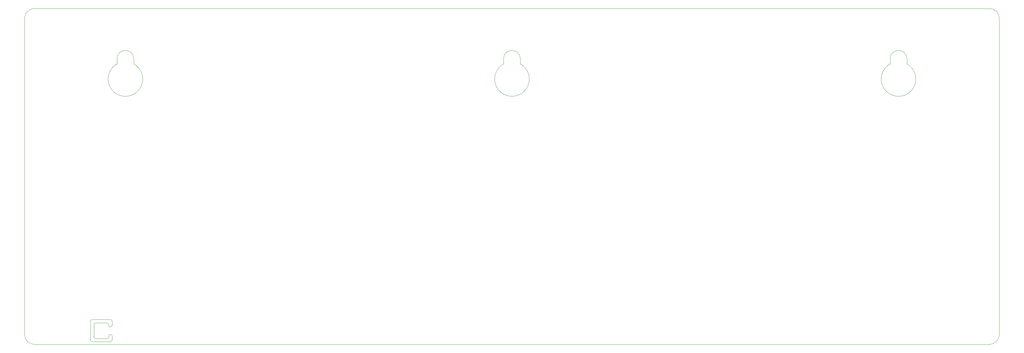
<source format=gm1>
G04 #@! TF.GenerationSoftware,KiCad,Pcbnew,(5.1.6)-1*
G04 #@! TF.CreationDate,2020-08-27T22:54:22+08:00*
G04 #@! TF.ProjectId,ESP32-Wall-Clock,45535033-322d-4576-916c-6c2d436c6f63,1.0a*
G04 #@! TF.SameCoordinates,Original*
G04 #@! TF.FileFunction,Profile,NP*
%FSLAX46Y46*%
G04 Gerber Fmt 4.6, Leading zero omitted, Abs format (unit mm)*
G04 Created by KiCad (PCBNEW (5.1.6)-1) date 2020-08-27 22:54:22*
%MOMM*%
%LPD*%
G01*
G04 APERTURE LIST*
G04 #@! TA.AperFunction,Profile*
%ADD10C,0.100000*%
G04 #@! TD*
G04 #@! TA.AperFunction,Profile*
%ADD11C,0.120000*%
G04 #@! TD*
G04 APERTURE END LIST*
D10*
X300000000Y-53000000D02*
X300000000Y-147000000D01*
X300000000Y-53000000D02*
G75*
G03*
X297000000Y-50000000I-3000000J0D01*
G01*
X13000000Y-150000000D02*
X297000000Y-150000000D01*
X13000000Y-50000000D02*
X297000000Y-50000000D01*
X13000000Y-50000000D02*
G75*
G03*
X10000000Y-53000000I0J-3000000D01*
G01*
X10000000Y-53000000D02*
X10000000Y-147000000D01*
X10000000Y-147000000D02*
G75*
G03*
X13000000Y-150000000I3000000J0D01*
G01*
X297000000Y-150000000D02*
G75*
G03*
X300000000Y-147000000I0J3000000D01*
G01*
D11*
X35050000Y-144300000D02*
X35050000Y-144100000D01*
X36050000Y-144300000D02*
X36050000Y-143100000D01*
X35050000Y-147500000D02*
X35050000Y-147700000D01*
X36050000Y-147500000D02*
X36050000Y-148700000D01*
X34550000Y-148200000D02*
X31100000Y-148200000D01*
X35550000Y-149200000D02*
X30100000Y-149200000D01*
X35550000Y-142600000D02*
X30100000Y-142600000D01*
X29600000Y-143100000D02*
X29600000Y-148700000D01*
X30600000Y-147700000D02*
X30600000Y-144100000D01*
X31100000Y-143600000D02*
X34550000Y-143600000D01*
X29600000Y-143100000D02*
G75*
G02*
X30100000Y-142600000I500000J0D01*
G01*
X30600000Y-144100000D02*
G75*
G02*
X31100000Y-143600000I500000J0D01*
G01*
X30100000Y-149200000D02*
G75*
G02*
X29600000Y-148700000I0J500000D01*
G01*
X31100000Y-148200000D02*
G75*
G02*
X30600000Y-147700000I0J500000D01*
G01*
X36050000Y-148700000D02*
G75*
G02*
X35550000Y-149200000I-500000J0D01*
G01*
X35050000Y-147700000D02*
G75*
G02*
X34550000Y-148200000I-500000J0D01*
G01*
X34550000Y-143600000D02*
G75*
G02*
X35050000Y-144100000I0J-500000D01*
G01*
X35550000Y-142600000D02*
G75*
G02*
X36050000Y-143100000I0J-500000D01*
G01*
X36050000Y-144300000D02*
G75*
G02*
X35050000Y-144300000I-500000J0D01*
G01*
X35050000Y-147500000D02*
G75*
G02*
X36050000Y-147500000I500000J0D01*
G01*
X157500000Y-65000000D02*
X157500000Y-66500000D01*
X152500000Y-65000000D02*
X152500000Y-66500000D01*
X152500000Y-65000000D02*
G75*
G02*
X157500000Y-65000000I2500000J0D01*
G01*
X157500000Y-66500001D02*
G75*
G02*
X152500001Y-66500001I-2500000J-4499999D01*
G01*
X272500000Y-65000000D02*
X272500000Y-66500000D01*
X267500000Y-65000000D02*
X267500000Y-66500000D01*
X267500000Y-65000000D02*
G75*
G02*
X272500000Y-65000000I2500000J0D01*
G01*
X272500000Y-66500001D02*
G75*
G02*
X267500001Y-66500001I-2500000J-4499999D01*
G01*
X42500000Y-65000000D02*
X42500000Y-66500000D01*
X37500000Y-65000000D02*
X37500000Y-66500000D01*
X42500000Y-66500001D02*
G75*
G02*
X37500001Y-66500001I-2500000J-4499999D01*
G01*
X37500000Y-65000000D02*
G75*
G02*
X42500000Y-65000000I2500000J0D01*
G01*
M02*

</source>
